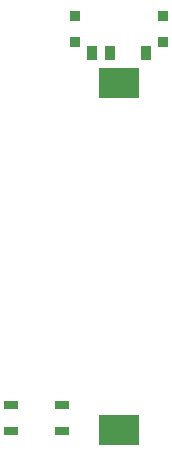
<source format=gbr>
G04 #@! TF.GenerationSoftware,KiCad,Pcbnew,(5.0.0)*
G04 #@! TF.CreationDate,2020-03-09T09:29:50-06:00*
G04 #@! TF.ProjectId,BatteryPack,426174746572795061636B2E6B696361,rev?*
G04 #@! TF.SameCoordinates,Original*
G04 #@! TF.FileFunction,Paste,Top*
G04 #@! TF.FilePolarity,Positive*
%FSLAX46Y46*%
G04 Gerber Fmt 4.6, Leading zero omitted, Abs format (unit mm)*
G04 Created by KiCad (PCBNEW (5.0.0)) date 03/09/20 09:29:50*
%MOMM*%
%LPD*%
G01*
G04 APERTURE LIST*
%ADD10R,1.200000X0.650000*%
%ADD11R,3.510000X2.540000*%
%ADD12R,0.900000X1.250000*%
%ADD13R,0.900000X0.900000*%
G04 APERTURE END LIST*
D10*
G04 #@! TO.C,SW1*
X119144000Y-95132000D03*
X123444000Y-95132000D03*
X119144000Y-97282000D03*
X123444000Y-97282000D03*
G04 #@! TD*
D11*
G04 #@! TO.C,BT1*
X128270000Y-67870000D03*
X128270000Y-97230000D03*
G04 #@! TD*
D12*
G04 #@! TO.C,SW2*
X127520000Y-65321000D03*
X126020000Y-65321000D03*
X130520000Y-65321000D03*
D13*
X131970000Y-62146000D03*
X131970000Y-64346000D03*
X124570000Y-64346000D03*
X124570000Y-62146000D03*
G04 #@! TD*
M02*

</source>
